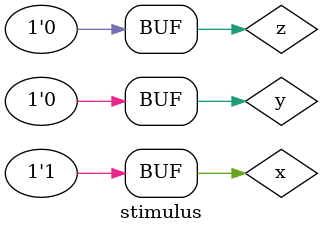
<source format=v>
`timescale 1ns / 1ps
module stimulus;
	// Inputs
	reg x;
	reg y;
	reg z;
	// Outputs
	wire o;
	// Instantiate the Unit Under Test (UUT)
	three uut (x,y,z,o);
 
	initial begin
		// Initialize Inputs
	x = 0;
	y = 0;
	z = 0;
 	
	#20 z =1;y =1;x =1;
	#20 z =0;y =0;x = 1;	  

    end  
 
		initial begin
		 $monitor($time , " x=%d,y=%d,z=%d, o=%d  \n",x,y,z,o); // time will show the execution time
		 end
 
endmodule
</source>
